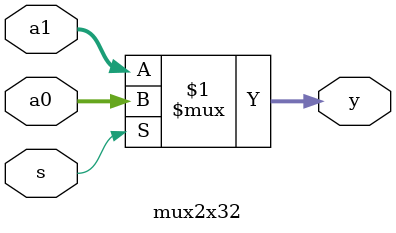
<source format=v>
`timescale 1ns / 1ps


module mux2x32 (a0,a1,s,y);
	input [31:0] a0,a1; // a0,a1: 32-bit
	input s; // s: 1-bit
	output [31:0] y; // y: 32-bit
	assign y = s ? a0 : a1; // like C
endmodule 

</source>
